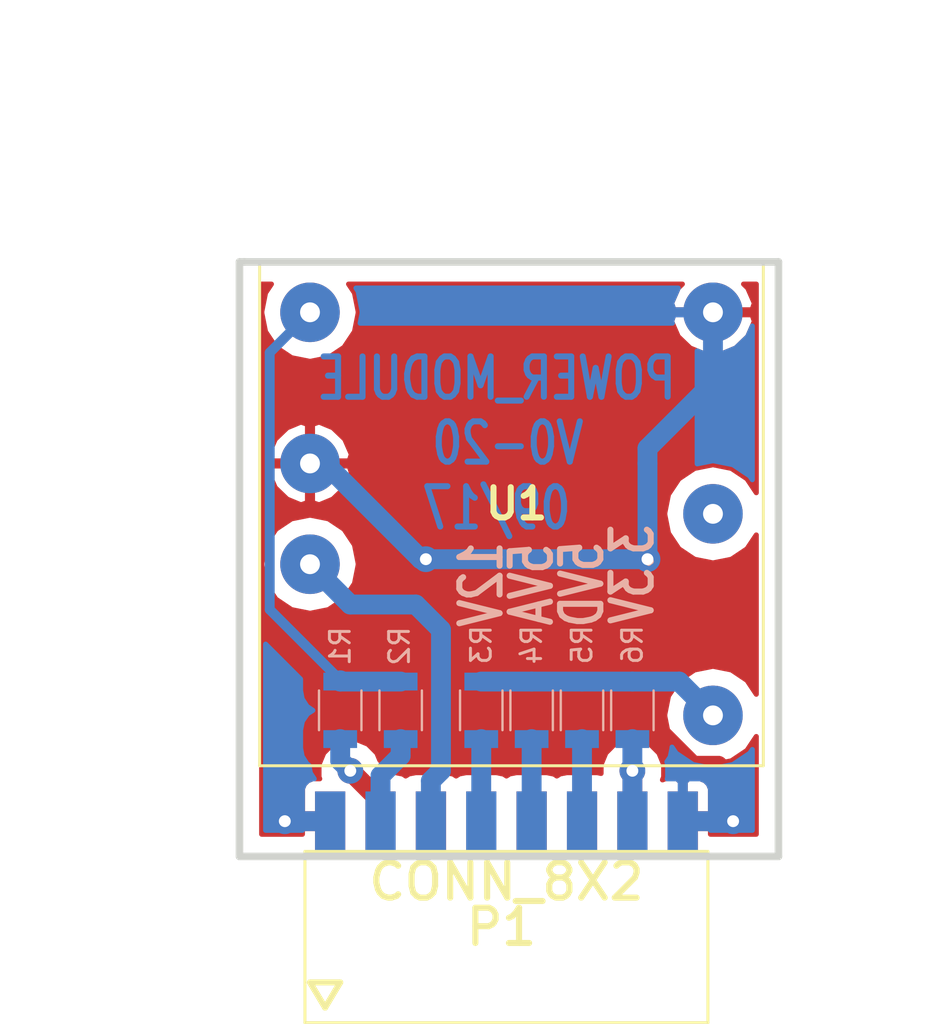
<source format=kicad_pcb>
(kicad_pcb (version 4) (host pcbnew 4.0.6)

  (general
    (links 23)
    (no_connects 0)
    (area 90.741499 81.089499 118.300501 111.442501)
    (thickness 1.6002)
    (drawings 15)
    (tracks 56)
    (zones 0)
    (modules 8)
    (nets 12)
  )

  (page A4)
  (title_block
    (title "Power Module")
    (date 2017-10-01)
    (rev "V 0.20")
    (company F4DEB)
  )

  (layers
    (0 Composant signal)
    (31 Cuivre signal)
    (32 B.Adhes user)
    (33 F.Adhes user)
    (34 B.Paste user)
    (35 F.Paste user)
    (36 B.SilkS user)
    (37 F.SilkS user)
    (38 B.Mask user)
    (39 F.Mask user)
    (40 Dwgs.User user)
    (41 Cmts.User user)
    (42 Eco1.User user)
    (43 Eco2.User user)
    (44 Edge.Cuts user)
  )

  (setup
    (last_trace_width 0.2032)
    (user_trace_width 0.29972)
    (user_trace_width 0.35052)
    (user_trace_width 0.39878)
    (user_trace_width 0.5)
    (user_trace_width 1.00076)
    (user_trace_width 1.99898)
    (user_trace_width 2.99974)
    (user_trace_width 4.0005)
    (trace_clearance 0.20066)
    (zone_clearance 1)
    (zone_45_only no)
    (trace_min 0.2032)
    (segment_width 0.381)
    (edge_width 0.381)
    (via_size 1.30048)
    (via_drill 0.59944)
    (via_min_size 0.889)
    (via_min_drill 0.508)
    (user_via 1.30048 0.59944)
    (uvia_size 0.508)
    (uvia_drill 0.127)
    (uvias_allowed no)
    (uvia_min_size 0.508)
    (uvia_min_drill 0.127)
    (pcb_text_width 0.3048)
    (pcb_text_size 1.524 2.032)
    (mod_edge_width 0.381)
    (mod_text_size 1.524 1.524)
    (mod_text_width 0.3048)
    (pad_size 3 3)
    (pad_drill 1)
    (pad_to_mask_clearance 0.254)
    (aux_axis_origin 0 0)
    (visible_elements 7FFEFFFF)
    (pcbplotparams
      (layerselection 0x00030_80000001)
      (usegerberextensions false)
      (excludeedgelayer true)
      (linewidth 0.150000)
      (plotframeref true)
      (viasonmask false)
      (mode 1)
      (useauxorigin false)
      (hpglpennumber 1)
      (hpglpenspeed 20)
      (hpglpendiameter 15)
      (hpglpenoverlay 0)
      (psnegative false)
      (psa4output false)
      (plotreference true)
      (plotvalue true)
      (plotinvisibletext false)
      (padsonsilk false)
      (subtractmaskfromsilk false)
      (outputformat 5)
      (mirror false)
      (drillshape 0)
      (scaleselection 1)
      (outputdirectory ""))
  )

  (net 0 "")
  (net 1 GND)
  (net 2 +3V3)
  (net 3 +5VA)
  (net 4 +BATT)
  (net 5 +12V)
  (net 6 +5V)
  (net 7 "Net-(U1-Pad4)")
  (net 8 /RA)
  (net 9 "Net-(R1-Pad2)")
  (net 10 /RD)
  (net 11 "Net-(R3-Pad2)")

  (net_class Default "Ceci est la Netclass par défaut"
    (clearance 0.20066)
    (trace_width 0.2032)
    (via_dia 1.30048)
    (via_drill 0.59944)
    (uvia_dia 0.508)
    (uvia_drill 0.127)
    (add_net +12V)
    (add_net +3V3)
    (add_net +5V)
    (add_net +5VA)
    (add_net +BATT)
    (add_net /RA)
    (add_net /RD)
    (add_net GND)
    (add_net "Net-(R1-Pad2)")
    (add_net "Net-(R3-Pad2)")
    (add_net "Net-(U1-Pad4)")
  )

  (module Resistors_SMD:R_1206 (layer Cuivre) (tedit 59C95781) (tstamp 59C95120)
    (at 96.012 103.886 90)
    (descr "Resistor SMD 1206, reflow soldering, Vishay (see dcrcw.pdf)")
    (tags "resistor 1206")
    (path /59C95D33)
    (attr smd)
    (fp_text reference R1 (at 3.2385 0 270) (layer B.SilkS)
      (effects (font (size 1 1) (thickness 0.15)) (justify mirror))
    )
    (fp_text value 0 (at 0 -1.95 90) (layer B.Fab)
      (effects (font (size 1 1) (thickness 0.15)) (justify mirror))
    )
    (fp_text user %R (at 0 0 90) (layer B.Fab)
      (effects (font (size 0.7 0.7) (thickness 0.105)) (justify mirror))
    )
    (fp_line (start -1.6 -0.8) (end -1.6 0.8) (layer B.Fab) (width 0.1))
    (fp_line (start 1.6 -0.8) (end -1.6 -0.8) (layer B.Fab) (width 0.1))
    (fp_line (start 1.6 0.8) (end 1.6 -0.8) (layer B.Fab) (width 0.1))
    (fp_line (start -1.6 0.8) (end 1.6 0.8) (layer B.Fab) (width 0.1))
    (fp_line (start 1 -1.07) (end -1 -1.07) (layer B.SilkS) (width 0.12))
    (fp_line (start -1 1.07) (end 1 1.07) (layer B.SilkS) (width 0.12))
    (fp_line (start -2.15 1.11) (end 2.15 1.11) (layer B.CrtYd) (width 0.05))
    (fp_line (start -2.15 1.11) (end -2.15 -1.1) (layer B.CrtYd) (width 0.05))
    (fp_line (start 2.15 -1.1) (end 2.15 1.11) (layer B.CrtYd) (width 0.05))
    (fp_line (start 2.15 -1.1) (end -2.15 -1.1) (layer B.CrtYd) (width 0.05))
    (pad 1 smd rect (at -1.45 0 90) (size 0.9 1.7) (layers Cuivre B.Paste B.Mask)
      (net 8 /RA))
    (pad 2 smd rect (at 1.45 0 90) (size 0.9 1.7) (layers Cuivre B.Paste B.Mask)
      (net 9 "Net-(R1-Pad2)"))
    (model ${KISYS3DMOD}/Resistors_SMD.3dshapes/R_1206.wrl
      (at (xyz 0 0 0))
      (scale (xyz 1 1 1))
      (rotate (xyz 0 0 0))
    )
  )

  (module Resistors_SMD:R_1206 (layer Cuivre) (tedit 59C95787) (tstamp 59C95131)
    (at 99.06 103.886 90)
    (descr "Resistor SMD 1206, reflow soldering, Vishay (see dcrcw.pdf)")
    (tags "resistor 1206")
    (path /59C95DA0)
    (attr smd)
    (fp_text reference R2 (at 3.2385 -0.0635 270) (layer B.SilkS)
      (effects (font (size 1 1) (thickness 0.15)) (justify mirror))
    )
    (fp_text value 0 (at 0 -1.95 90) (layer B.Fab)
      (effects (font (size 1 1) (thickness 0.15)) (justify mirror))
    )
    (fp_text user %R (at 0 0 90) (layer B.Fab)
      (effects (font (size 0.7 0.7) (thickness 0.105)) (justify mirror))
    )
    (fp_line (start -1.6 -0.8) (end -1.6 0.8) (layer B.Fab) (width 0.1))
    (fp_line (start 1.6 -0.8) (end -1.6 -0.8) (layer B.Fab) (width 0.1))
    (fp_line (start 1.6 0.8) (end 1.6 -0.8) (layer B.Fab) (width 0.1))
    (fp_line (start -1.6 0.8) (end 1.6 0.8) (layer B.Fab) (width 0.1))
    (fp_line (start 1 -1.07) (end -1 -1.07) (layer B.SilkS) (width 0.12))
    (fp_line (start -1 1.07) (end 1 1.07) (layer B.SilkS) (width 0.12))
    (fp_line (start -2.15 1.11) (end 2.15 1.11) (layer B.CrtYd) (width 0.05))
    (fp_line (start -2.15 1.11) (end -2.15 -1.1) (layer B.CrtYd) (width 0.05))
    (fp_line (start 2.15 -1.1) (end 2.15 1.11) (layer B.CrtYd) (width 0.05))
    (fp_line (start 2.15 -1.1) (end -2.15 -1.1) (layer B.CrtYd) (width 0.05))
    (pad 1 smd rect (at -1.45 0 90) (size 0.9 1.7) (layers Cuivre B.Paste B.Mask)
      (net 10 /RD))
    (pad 2 smd rect (at 1.45 0 90) (size 0.9 1.7) (layers Cuivre B.Paste B.Mask)
      (net 9 "Net-(R1-Pad2)"))
    (model ${KISYS3DMOD}/Resistors_SMD.3dshapes/R_1206.wrl
      (at (xyz 0 0 0))
      (scale (xyz 1 1 1))
      (rotate (xyz 0 0 0))
    )
  )

  (module Resistors_SMD:R_1206 (layer Cuivre) (tedit 59C9551E) (tstamp 59C95142)
    (at 103.124 103.886 90)
    (descr "Resistor SMD 1206, reflow soldering, Vishay (see dcrcw.pdf)")
    (tags "resistor 1206")
    (path /59C95904)
    (attr smd)
    (fp_text reference R3 (at 3.302 0 90) (layer B.SilkS)
      (effects (font (size 1 1) (thickness 0.15)) (justify mirror))
    )
    (fp_text value 0 (at 0 -1.95 90) (layer B.Fab)
      (effects (font (size 1 1) (thickness 0.15)) (justify mirror))
    )
    (fp_text user %R (at 0 0 90) (layer B.Fab)
      (effects (font (size 0.7 0.7) (thickness 0.105)) (justify mirror))
    )
    (fp_line (start -1.6 -0.8) (end -1.6 0.8) (layer B.Fab) (width 0.1))
    (fp_line (start 1.6 -0.8) (end -1.6 -0.8) (layer B.Fab) (width 0.1))
    (fp_line (start 1.6 0.8) (end 1.6 -0.8) (layer B.Fab) (width 0.1))
    (fp_line (start -1.6 0.8) (end 1.6 0.8) (layer B.Fab) (width 0.1))
    (fp_line (start 1 -1.07) (end -1 -1.07) (layer B.SilkS) (width 0.12))
    (fp_line (start -1 1.07) (end 1 1.07) (layer B.SilkS) (width 0.12))
    (fp_line (start -2.15 1.11) (end 2.15 1.11) (layer B.CrtYd) (width 0.05))
    (fp_line (start -2.15 1.11) (end -2.15 -1.1) (layer B.CrtYd) (width 0.05))
    (fp_line (start 2.15 -1.1) (end 2.15 1.11) (layer B.CrtYd) (width 0.05))
    (fp_line (start 2.15 -1.1) (end -2.15 -1.1) (layer B.CrtYd) (width 0.05))
    (pad 1 smd rect (at -1.45 0 90) (size 0.9 1.7) (layers Cuivre B.Paste B.Mask)
      (net 5 +12V))
    (pad 2 smd rect (at 1.45 0 90) (size 0.9 1.7) (layers Cuivre B.Paste B.Mask)
      (net 11 "Net-(R3-Pad2)"))
    (model ${KISYS3DMOD}/Resistors_SMD.3dshapes/R_1206.wrl
      (at (xyz 0 0 0))
      (scale (xyz 1 1 1))
      (rotate (xyz 0 0 0))
    )
  )

  (module Resistors_SMD:R_1206 (layer Cuivre) (tedit 59C95521) (tstamp 59C95153)
    (at 105.664 103.886 90)
    (descr "Resistor SMD 1206, reflow soldering, Vishay (see dcrcw.pdf)")
    (tags "resistor 1206")
    (path /59C95A65)
    (attr smd)
    (fp_text reference R4 (at 3.302 0 90) (layer B.SilkS)
      (effects (font (size 1 1) (thickness 0.15)) (justify mirror))
    )
    (fp_text value 0 (at 0 -1.95 90) (layer B.Fab)
      (effects (font (size 1 1) (thickness 0.15)) (justify mirror))
    )
    (fp_text user %R (at 0 0 90) (layer B.Fab)
      (effects (font (size 0.7 0.7) (thickness 0.105)) (justify mirror))
    )
    (fp_line (start -1.6 -0.8) (end -1.6 0.8) (layer B.Fab) (width 0.1))
    (fp_line (start 1.6 -0.8) (end -1.6 -0.8) (layer B.Fab) (width 0.1))
    (fp_line (start 1.6 0.8) (end 1.6 -0.8) (layer B.Fab) (width 0.1))
    (fp_line (start -1.6 0.8) (end 1.6 0.8) (layer B.Fab) (width 0.1))
    (fp_line (start 1 -1.07) (end -1 -1.07) (layer B.SilkS) (width 0.12))
    (fp_line (start -1 1.07) (end 1 1.07) (layer B.SilkS) (width 0.12))
    (fp_line (start -2.15 1.11) (end 2.15 1.11) (layer B.CrtYd) (width 0.05))
    (fp_line (start -2.15 1.11) (end -2.15 -1.1) (layer B.CrtYd) (width 0.05))
    (fp_line (start 2.15 -1.1) (end 2.15 1.11) (layer B.CrtYd) (width 0.05))
    (fp_line (start 2.15 -1.1) (end -2.15 -1.1) (layer B.CrtYd) (width 0.05))
    (pad 1 smd rect (at -1.45 0 90) (size 0.9 1.7) (layers Cuivre B.Paste B.Mask)
      (net 3 +5VA))
    (pad 2 smd rect (at 1.45 0 90) (size 0.9 1.7) (layers Cuivre B.Paste B.Mask)
      (net 11 "Net-(R3-Pad2)"))
    (model ${KISYS3DMOD}/Resistors_SMD.3dshapes/R_1206.wrl
      (at (xyz 0 0 0))
      (scale (xyz 1 1 1))
      (rotate (xyz 0 0 0))
    )
  )

  (module Resistors_SMD:R_1206 (layer Cuivre) (tedit 59C95525) (tstamp 59C95164)
    (at 108.204 103.886 90)
    (descr "Resistor SMD 1206, reflow soldering, Vishay (see dcrcw.pdf)")
    (tags "resistor 1206")
    (path /59C95ABA)
    (attr smd)
    (fp_text reference R5 (at 3.302 0 90) (layer B.SilkS)
      (effects (font (size 1 1) (thickness 0.15)) (justify mirror))
    )
    (fp_text value 0 (at 0 -1.95 90) (layer B.Fab)
      (effects (font (size 1 1) (thickness 0.15)) (justify mirror))
    )
    (fp_text user %R (at 0 0 90) (layer B.Fab)
      (effects (font (size 0.7 0.7) (thickness 0.105)) (justify mirror))
    )
    (fp_line (start -1.6 -0.8) (end -1.6 0.8) (layer B.Fab) (width 0.1))
    (fp_line (start 1.6 -0.8) (end -1.6 -0.8) (layer B.Fab) (width 0.1))
    (fp_line (start 1.6 0.8) (end 1.6 -0.8) (layer B.Fab) (width 0.1))
    (fp_line (start -1.6 0.8) (end 1.6 0.8) (layer B.Fab) (width 0.1))
    (fp_line (start 1 -1.07) (end -1 -1.07) (layer B.SilkS) (width 0.12))
    (fp_line (start -1 1.07) (end 1 1.07) (layer B.SilkS) (width 0.12))
    (fp_line (start -2.15 1.11) (end 2.15 1.11) (layer B.CrtYd) (width 0.05))
    (fp_line (start -2.15 1.11) (end -2.15 -1.1) (layer B.CrtYd) (width 0.05))
    (fp_line (start 2.15 -1.1) (end 2.15 1.11) (layer B.CrtYd) (width 0.05))
    (fp_line (start 2.15 -1.1) (end -2.15 -1.1) (layer B.CrtYd) (width 0.05))
    (pad 1 smd rect (at -1.45 0 90) (size 0.9 1.7) (layers Cuivre B.Paste B.Mask)
      (net 6 +5V))
    (pad 2 smd rect (at 1.45 0 90) (size 0.9 1.7) (layers Cuivre B.Paste B.Mask)
      (net 11 "Net-(R3-Pad2)"))
    (model ${KISYS3DMOD}/Resistors_SMD.3dshapes/R_1206.wrl
      (at (xyz 0 0 0))
      (scale (xyz 1 1 1))
      (rotate (xyz 0 0 0))
    )
  )

  (module Resistors_SMD:R_1206 (layer Cuivre) (tedit 59C9552B) (tstamp 59C95175)
    (at 110.744 103.886 90)
    (descr "Resistor SMD 1206, reflow soldering, Vishay (see dcrcw.pdf)")
    (tags "resistor 1206")
    (path /59C95ADD)
    (attr smd)
    (fp_text reference R6 (at 3.302 0 90) (layer B.SilkS)
      (effects (font (size 1 1) (thickness 0.15)) (justify mirror))
    )
    (fp_text value 0 (at 0 -1.95 90) (layer B.Fab)
      (effects (font (size 1 1) (thickness 0.15)) (justify mirror))
    )
    (fp_text user %R (at 0 0 90) (layer B.Fab)
      (effects (font (size 0.7 0.7) (thickness 0.105)) (justify mirror))
    )
    (fp_line (start -1.6 -0.8) (end -1.6 0.8) (layer B.Fab) (width 0.1))
    (fp_line (start 1.6 -0.8) (end -1.6 -0.8) (layer B.Fab) (width 0.1))
    (fp_line (start 1.6 0.8) (end 1.6 -0.8) (layer B.Fab) (width 0.1))
    (fp_line (start -1.6 0.8) (end 1.6 0.8) (layer B.Fab) (width 0.1))
    (fp_line (start 1 -1.07) (end -1 -1.07) (layer B.SilkS) (width 0.12))
    (fp_line (start -1 1.07) (end 1 1.07) (layer B.SilkS) (width 0.12))
    (fp_line (start -2.15 1.11) (end 2.15 1.11) (layer B.CrtYd) (width 0.05))
    (fp_line (start -2.15 1.11) (end -2.15 -1.1) (layer B.CrtYd) (width 0.05))
    (fp_line (start 2.15 -1.1) (end 2.15 1.11) (layer B.CrtYd) (width 0.05))
    (fp_line (start 2.15 -1.1) (end -2.15 -1.1) (layer B.CrtYd) (width 0.05))
    (pad 1 smd rect (at -1.45 0 90) (size 0.9 1.7) (layers Cuivre B.Paste B.Mask)
      (net 2 +3V3))
    (pad 2 smd rect (at 1.45 0 90) (size 0.9 1.7) (layers Cuivre B.Paste B.Mask)
      (net 11 "Net-(R3-Pad2)"))
    (model ${KISYS3DMOD}/Resistors_SMD.3dshapes/R_1206.wrl
      (at (xyz 0 0 0))
      (scale (xyz 1 1 1))
      (rotate (xyz 0 0 0))
    )
  )

  (module f4deb-mod-library:TRACO-THN-15-1211 (layer Composant) (tedit 59D151D6) (tstamp 59C95183)
    (at 94.488 83.82 90)
    (path /59C2FDE6)
    (fp_text reference U1 (at -9.652 10.414 180) (layer F.SilkS)
      (effects (font (thickness 0.3048)))
    )
    (fp_text value TRACO-THN-15-1211 (at -20.32 -5.08 90) (layer F.SilkS) hide
      (effects (font (thickness 0.3048)))
    )
    (fp_line (start -22.86 -2.54) (end 2.54 -2.54) (layer F.SilkS) (width 0.15))
    (fp_line (start 2.54 -2.54) (end 2.54 22.86) (layer F.SilkS) (width 0.15))
    (fp_line (start 2.54 22.86) (end -22.86 22.86) (layer F.SilkS) (width 0.15))
    (fp_line (start -22.86 22.86) (end -22.86 -2.54) (layer F.SilkS) (width 0.15))
    (pad 6 thru_hole oval (at 0 0 90) (size 3 3) (drill 1) (layers *.Cu)
      (net 9 "Net-(R1-Pad2)"))
    (pad 2 thru_hole oval (at -7.62 0 90) (size 3 3) (drill 1) (layers *.Cu)
      (net 1 GND))
    (pad 1 thru_hole oval (at -12.7 0 90) (size 3 3) (drill 1) (layers *.Cu)
      (net 4 +BATT))
    (pad 4 thru_hole oval (at -10.16 20.32 90) (size 3 3) (drill 1) (layers *.Cu)
      (net 7 "Net-(U1-Pad4)"))
    (pad 5 thru_hole oval (at 0 20.32 90) (size 3 3) (drill 1) (layers *.Cu)
      (net 1 GND))
    (pad 3 thru_hole oval (at -20.32 20.32 90) (size 3 3) (drill 1) (layers *.Cu)
      (net 11 "Net-(R3-Pad2)"))
    (model D:/electronique/git-f4deb/f4deb-3D-Object/TRACOPOWER-THN15.wrl
      (at (xyz 0 0 0))
      (scale (xyz 1 1 1))
      (rotate (xyz 0 0 0))
    )
  )

  (module f4deb-mod-library:HE10-16-F-2 (layer Composant) (tedit 59D14F67) (tstamp 59D172B0)
    (at 113.284 109.474 180)
    (descr "CONNECTEUR FEMELLE 2.54MM COUDE 16 VOIES")
    (tags "CONN HE10")
    (path /59C9573E)
    (fp_text reference P1 (at 9.144 -5.334 180) (layer F.SilkS)
      (effects (font (size 1.778 1.778) (thickness 0.3048)))
    )
    (fp_text value CONN_8X2 (at 8.89 -3.048 180) (layer F.SilkS)
      (effects (font (size 1.778 1.778) (thickness 0.3048)))
    )
    (fp_line (start -1.27 -1.524) (end -1.27 -10.16) (layer F.SilkS) (width 0.15))
    (fp_line (start -1.27 -10.16) (end 19.05 -10.16) (layer F.SilkS) (width 0.15))
    (fp_line (start 19.05 -10.16) (end 19.05 -1.524) (layer F.SilkS) (width 0.15))
    (fp_line (start -1.27 -1.524) (end 19.05 -1.524) (layer F.SilkS) (width 0.15))
    (fp_line (start 18.034 -9.398) (end 18.796 -8.128) (layer F.SilkS) (width 0.3048))
    (fp_line (start 18.796 -8.128) (end 17.272 -8.128) (layer F.SilkS) (width 0.3048))
    (fp_line (start 17.272 -8.128) (end 18.034 -9.398) (layer F.SilkS) (width 0.3048))
    (pad 1 smd rect (at 17.78 0 180) (size 1.524 3) (layers Composant F.Paste F.Mask)
      (net 1 GND))
    (pad 3 smd rect (at 15.24 0 180) (size 1.524 3) (layers Composant F.Paste F.Mask)
      (net 8 /RA))
    (pad 5 smd rect (at 12.7 0 180) (size 1.524 3) (layers Composant F.Paste F.Mask)
      (net 4 +BATT))
    (pad 9 smd rect (at 7.62 0 180) (size 1.524 3) (layers Composant F.Paste F.Mask)
      (net 3 +5VA))
    (pad 11 smd rect (at 5.08 0 180) (size 1.524 3) (layers Composant F.Paste F.Mask)
      (net 6 +5V))
    (pad 7 smd rect (at 10.16 0 180) (size 1.524 3) (layers Composant F.Paste F.Mask)
      (net 5 +12V))
    (pad 13 smd rect (at 2.54 0 180) (size 1.524 3) (layers Composant F.Paste F.Mask)
      (net 2 +3V3))
    (pad 15 smd rect (at 0 0 180) (size 1.524 3) (layers Composant F.Paste F.Mask)
      (net 1 GND))
    (pad 16 smd rect (at 0 0 180) (size 1.524 3) (layers Cuivre F.Paste F.Mask)
      (net 1 GND))
    (pad 14 smd rect (at 2.54 0 180) (size 1.524 3) (layers Cuivre F.Paste F.Mask)
      (net 2 +3V3))
    (pad 12 smd rect (at 5.08 0 180) (size 1.524 3) (layers Cuivre F.Paste F.Mask)
      (net 6 +5V))
    (pad 10 smd rect (at 7.62 0 180) (size 1.524 3) (layers Cuivre F.Paste F.Mask)
      (net 3 +5VA))
    (pad 8 smd rect (at 10.16 0 180) (size 1.524 3) (layers Cuivre F.Paste F.Mask)
      (net 5 +12V))
    (pad 6 smd rect (at 12.7 0 180) (size 1.524 3) (layers Cuivre F.Paste F.Mask)
      (net 4 +BATT))
    (pad 4 smd rect (at 15.24 0 180) (size 1.524 3) (layers Cuivre F.Paste F.Mask)
      (net 10 /RD))
    (pad 2 smd rect (at 17.78 0 180) (size 1.524 3) (layers Cuivre F.Paste F.Mask)
      (net 1 GND))
    (model conn_strip/vasch_strip_8x2.wrl
      (at (xyz 0.35 0.05 -0.04))
      (scale (xyz 1 1 1))
      (rotate (xyz 90 0 0))
    )
  )

  (dimension 38.1 (width 0.3048) (layer Dwgs.User)
    (gr_text "38,100 mm" (at 124.8156 100.33 270) (layer Dwgs.User)
      (effects (font (size 2.032 1.524) (thickness 0.3048)))
    )
    (feature1 (pts (xy 121.92 119.38) (xy 126.4412 119.38)))
    (feature2 (pts (xy 121.92 81.28) (xy 126.4412 81.28)))
    (crossbar (pts (xy 123.19 81.28) (xy 123.19 119.38)))
    (arrow1a (pts (xy 123.19 119.38) (xy 122.603579 118.253496)))
    (arrow1b (pts (xy 123.19 119.38) (xy 123.776421 118.253496)))
    (arrow2a (pts (xy 123.19 81.28) (xy 122.603579 82.406504)))
    (arrow2b (pts (xy 123.19 81.28) (xy 123.776421 82.406504)))
  )
  (dimension 29.972 (width 0.3048) (layer Dwgs.User)
    (gr_text "29,972 mm" (at 85.4964 96.266 270) (layer Dwgs.User)
      (effects (font (size 2.032 1.524) (thickness 0.3048)))
    )
    (feature1 (pts (xy 88.138 111.252) (xy 83.8708 111.252)))
    (feature2 (pts (xy 88.138 81.28) (xy 83.8708 81.28)))
    (crossbar (pts (xy 87.122 81.28) (xy 87.122 111.252)))
    (arrow1a (pts (xy 87.122 111.252) (xy 86.535579 110.125496)))
    (arrow1b (pts (xy 87.122 111.252) (xy 87.708421 110.125496)))
    (arrow2a (pts (xy 87.122 81.28) (xy 86.535579 82.406504)))
    (arrow2b (pts (xy 87.122 81.28) (xy 87.708421 82.406504)))
  )
  (gr_line (start 118.11 81.28) (end 118.11 111.252) (angle 90) (layer Edge.Cuts) (width 0.381))
  (gr_line (start 90.932 111.252) (end 90.932 81.28) (angle 90) (layer Edge.Cuts) (width 0.381))
  (gr_line (start 118.11 111.252) (end 90.932 111.252) (angle 90) (layer Edge.Cuts) (width 0.381))
  (gr_line (start 90.932 81.28) (end 91.186 81.28) (angle 90) (layer Edge.Cuts) (width 0.381))
  (gr_text "Remote A" (at 96.774 95.504 270) (layer F.Adhes)
    (effects (font (size 1 1) (thickness 0.15)))
  )
  (gr_text "Remote D" (at 98.806 95.504 270) (layer F.Adhes)
    (effects (font (size 1 1) (thickness 0.15)))
  )
  (gr_text 12V (at 103.124 97.536 90) (layer B.SilkS)
    (effects (font (size 2.032 1.524) (thickness 0.3048)) (justify mirror))
  )
  (gr_text 5VA (at 105.664 97.536 90) (layer B.SilkS)
    (effects (font (size 2.032 1.524) (thickness 0.3048)) (justify mirror))
  )
  (gr_text 5VD (at 108.204 97.536 90) (layer B.SilkS)
    (effects (font (size 2.032 1.524) (thickness 0.3048)) (justify mirror))
  )
  (gr_text 3.3V (at 110.744 97.028 90) (layer B.SilkS)
    (effects (font (size 2.032 1.524) (thickness 0.3048)) (justify mirror))
  )
  (gr_text "POWER_MODULE\nV0-20 \n09/17" (at 103.886 90.424) (layer Cuivre)
    (effects (font (size 2.032 1.524) (thickness 0.3048)) (justify mirror))
  )
  (gr_line (start 118.11 81.28) (end 91.186 81.28) (angle 90) (layer Edge.Cuts) (width 0.381))
  (dimension 25.654 (width 0.3048) (layer Dwgs.User)
    (gr_text "25,654 mm" (at 104.775 70.5104) (layer Dwgs.User)
      (effects (font (size 2.032 1.524) (thickness 0.3048)))
    )
    (feature1 (pts (xy 91.948 75.946) (xy 91.948 68.8848)))
    (feature2 (pts (xy 117.602 75.946) (xy 117.602 68.8848)))
    (crossbar (pts (xy 117.602 72.136) (xy 91.948 72.136)))
    (arrow1a (pts (xy 91.948 72.136) (xy 93.074504 72.722421)))
    (arrow1b (pts (xy 91.948 72.136) (xy 93.074504 71.549579)))
    (arrow2a (pts (xy 117.602 72.136) (xy 116.475496 72.722421)))
    (arrow2b (pts (xy 117.602 72.136) (xy 116.475496 71.549579)))
  )

  (segment (start 95.504 109.474) (end 93.218 109.474) (width 1.00076) (layer Composant) (net 1))
  (segment (start 113.284 109.474) (end 115.824 109.474) (width 1.00076) (layer Composant) (net 1))
  (segment (start 113.284 109.474) (end 115.824 109.474) (width 1.00076) (layer Cuivre) (net 1))
  (via (at 111.506 96.266) (size 1.30048) (drill 0.59944) (layers Composant Cuivre) (net 1))
  (segment (start 111.506 104.394) (end 111.506 96.266) (width 1.00076) (layer Composant) (net 1) (tstamp 59D17373))
  (segment (start 113.792 106.68) (end 111.506 104.394) (width 1.00076) (layer Composant) (net 1) (tstamp 59D17372))
  (segment (start 115.062 106.68) (end 113.792 106.68) (width 1.00076) (layer Composant) (net 1) (tstamp 59D17371))
  (segment (start 115.824 107.442) (end 115.062 106.68) (width 1.00076) (layer Composant) (net 1) (tstamp 59D17370))
  (segment (start 115.824 109.474) (end 115.824 107.442) (width 1.00076) (layer Composant) (net 1) (tstamp 59D1736F))
  (via (at 115.824 109.474) (size 1.30048) (drill 0.59944) (layers Composant Cuivre) (net 1))
  (segment (start 93.218 108.458) (end 93.218 103.378) (width 1.00076) (layer Composant) (net 1))
  (segment (start 93.218 103.378) (end 100.33 96.266) (width 1.00076) (layer Composant) (net 1) (tstamp 59D17367))
  (segment (start 95.504 109.474) (end 93.218 109.474) (width 1.00076) (layer Cuivre) (net 1))
  (segment (start 100.33 96.266) (end 100.076 96.266) (width 1.00076) (layer Cuivre) (net 1) (tstamp 59D17361))
  (via (at 100.33 96.266) (size 1.30048) (drill 0.59944) (layers Composant Cuivre) (net 1))
  (segment (start 93.218 109.474) (end 93.218 108.458) (width 1.00076) (layer Composant) (net 1) (tstamp 59D1735D))
  (via (at 93.218 109.474) (size 1.30048) (drill 0.59944) (layers Composant Cuivre) (net 1))
  (segment (start 94.488 91.44) (end 95.25 91.44) (width 1.00076) (layer Cuivre) (net 1))
  (segment (start 95.25 91.44) (end 100.076 96.266) (width 1.00076) (layer Cuivre) (net 1) (tstamp 59C964C9))
  (segment (start 100.076 96.266) (end 111.506 96.266) (width 1.00076) (layer Cuivre) (net 1) (tstamp 59C964CA))
  (segment (start 114.808 83.82) (end 114.808 87.376) (width 1.00076) (layer Cuivre) (net 1))
  (segment (start 111.506 91.44) (end 111.506 96.266) (width 1.00076) (layer Cuivre) (net 1) (tstamp 59C96375))
  (segment (start 111.506 90.678) (end 111.506 91.44) (width 1.00076) (layer Cuivre) (net 1) (tstamp 59C96367))
  (segment (start 114.808 87.376) (end 111.506 90.678) (width 1.00076) (layer Cuivre) (net 1) (tstamp 59C96366))
  (segment (start 110.744 106.934) (end 110.744 105.336) (width 1.00076) (layer Cuivre) (net 2))
  (segment (start 110.744 109.474) (end 110.744 106.934) (width 1.00076) (layer Cuivre) (net 2))
  (segment (start 110.744 106.934) (end 110.744 109.474) (width 1.00076) (layer Composant) (net 2) (tstamp 59D17336))
  (via (at 110.744 106.934) (size 1.30048) (drill 0.59944) (layers Composant Cuivre) (net 2))
  (segment (start 105.664 109.474) (end 105.664 105.336) (width 1.00076) (layer Cuivre) (net 3))
  (segment (start 100.584 109.474) (end 100.584 107.442) (width 1.00076) (layer Cuivre) (net 4))
  (segment (start 96.52 98.552) (end 94.488 96.52) (width 1.00076) (layer Cuivre) (net 4) (tstamp 59D17352))
  (segment (start 99.822 98.552) (end 96.52 98.552) (width 1.00076) (layer Cuivre) (net 4) (tstamp 59D17351))
  (segment (start 101.092 99.822) (end 99.822 98.552) (width 1.00076) (layer Cuivre) (net 4) (tstamp 59D17350))
  (segment (start 101.092 106.934) (end 101.092 99.822) (width 1.00076) (layer Cuivre) (net 4) (tstamp 59D1734F))
  (segment (start 100.584 107.442) (end 101.092 106.934) (width 1.00076) (layer Cuivre) (net 4) (tstamp 59D1734E))
  (segment (start 103.124 109.474) (end 103.124 105.336) (width 1.00076) (layer Cuivre) (net 5))
  (segment (start 108.204 109.474) (end 108.204 105.336) (width 1.00076) (layer Cuivre) (net 6))
  (segment (start 98.044 109.474) (end 98.044 108.458) (width 1.00076) (layer Composant) (net 8))
  (segment (start 98.044 108.458) (end 96.52 106.934) (width 1.00076) (layer Composant) (net 8) (tstamp 59D17347))
  (via (at 96.52 106.934) (size 1.30048) (drill 0.59944) (layers Composant Cuivre) (net 8))
  (segment (start 96.52 106.934) (end 96.012 106.426) (width 1.00076) (layer Cuivre) (net 8) (tstamp 59D17349))
  (segment (start 96.012 106.426) (end 96.012 105.336) (width 1.00076) (layer Cuivre) (net 8) (tstamp 59D1734A))
  (segment (start 96.012 102.436) (end 96.012 102.362) (width 0.5) (layer Cuivre) (net 9))
  (segment (start 96.012 102.362) (end 92.456 98.806) (width 0.5) (layer Cuivre) (net 9) (tstamp 59C964D4))
  (segment (start 92.456 98.806) (end 92.456 85.852) (width 0.5) (layer Cuivre) (net 9) (tstamp 59C964D5))
  (segment (start 92.456 85.852) (end 94.488 83.82) (width 0.5) (layer Cuivre) (net 9) (tstamp 59C964D7))
  (segment (start 96.012 102.436) (end 96.0225 102.3725) (width 1.00076) (layer Cuivre) (net 9) (status 10))
  (segment (start 96.012 102.436) (end 99.06 102.436) (width 1.00076) (layer Cuivre) (net 9) (status 20))
  (segment (start 98.044 109.474) (end 98.044 107.188) (width 1.00076) (layer Cuivre) (net 10))
  (segment (start 99.06 106.172) (end 99.06 105.336) (width 1.00076) (layer Cuivre) (net 10) (tstamp 59D17342))
  (segment (start 98.044 107.188) (end 99.06 106.172) (width 1.00076) (layer Cuivre) (net 10) (tstamp 59D17341))
  (segment (start 110.744 102.436) (end 113.104 102.436) (width 1.00076) (layer Cuivre) (net 11))
  (segment (start 113.104 102.436) (end 114.808 104.14) (width 1.00076) (layer Cuivre) (net 11) (tstamp 59C96362))
  (segment (start 108.204 102.436) (end 110.744 102.436) (width 1.00076) (layer Cuivre) (net 11))
  (segment (start 105.664 102.436) (end 108.204 102.436) (width 1.00076) (layer Cuivre) (net 11))
  (segment (start 103.124 102.436) (end 105.664 102.436) (width 1.00076) (layer Cuivre) (net 11))

  (zone (net 1) (net_name GND) (layer Composant) (tstamp 59D17393) (hatch edge 0.508)
    (connect_pads (clearance 0.8))
    (min_thickness 0.254)
    (fill yes (arc_segments 16) (thermal_gap 0.508) (thermal_bridge_width 0.508))
    (polygon
      (pts
        (xy 118.11 111.252) (xy 90.932 111.252) (xy 90.932 81.28) (xy 118.11 81.28)
      )
    )
    (filled_polygon
      (pts
        (xy 92.245744 82.843679) (xy 92.061 83.772452) (xy 92.061 83.867548) (xy 92.245744 84.796321) (xy 92.771852 85.583696)
        (xy 93.559227 86.109804) (xy 94.488 86.294548) (xy 95.416773 86.109804) (xy 96.204148 85.583696) (xy 96.730256 84.796321)
        (xy 96.83319 84.278834) (xy 112.72288 84.278834) (xy 113.057188 85.041848) (xy 113.658042 85.618847) (xy 114.349167 85.905113)
        (xy 114.681 85.792165) (xy 114.681 83.947) (xy 114.935 83.947) (xy 114.935 85.792165) (xy 115.266833 85.905113)
        (xy 115.957958 85.618847) (xy 116.558812 85.041848) (xy 116.89312 84.278834) (xy 116.780476 83.947) (xy 114.935 83.947)
        (xy 114.681 83.947) (xy 112.835524 83.947) (xy 112.72288 84.278834) (xy 96.83319 84.278834) (xy 96.915 83.867548)
        (xy 96.915 83.772452) (xy 96.730256 82.843679) (xy 96.432128 82.3975) (xy 113.266136 82.3975) (xy 113.057188 82.598152)
        (xy 112.72288 83.361166) (xy 112.835524 83.693) (xy 114.681 83.693) (xy 114.681 83.673) (xy 114.935 83.673)
        (xy 114.935 83.693) (xy 116.780476 83.693) (xy 116.89312 83.361166) (xy 116.558812 82.598152) (xy 116.349864 82.3975)
        (xy 116.9925 82.3975) (xy 116.9925 92.917241) (xy 116.524148 92.216304) (xy 115.736773 91.690196) (xy 114.808 91.505452)
        (xy 113.879227 91.690196) (xy 113.091852 92.216304) (xy 112.565744 93.003679) (xy 112.381 93.932452) (xy 112.381 94.027548)
        (xy 112.565744 94.956321) (xy 113.091852 95.743696) (xy 113.879227 96.269804) (xy 114.808 96.454548) (xy 115.736773 96.269804)
        (xy 116.524148 95.743696) (xy 116.9925 95.042759) (xy 116.9925 103.077241) (xy 116.524148 102.376304) (xy 115.736773 101.850196)
        (xy 114.808 101.665452) (xy 113.879227 101.850196) (xy 113.091852 102.376304) (xy 112.565744 103.163679) (xy 112.381 104.092452)
        (xy 112.381 104.187548) (xy 112.565744 105.116321) (xy 113.091852 105.903696) (xy 113.879227 106.429804) (xy 114.808 106.614548)
        (xy 115.736773 106.429804) (xy 116.524148 105.903696) (xy 116.9925 105.202759) (xy 116.9925 110.1345) (xy 114.681 110.1345)
        (xy 114.681 109.75975) (xy 114.52225 109.601) (xy 113.411 109.601) (xy 113.411 109.621) (xy 113.157 109.621)
        (xy 113.157 109.601) (xy 113.137 109.601) (xy 113.137 109.347) (xy 113.157 109.347) (xy 113.157 107.49775)
        (xy 113.411 107.49775) (xy 113.411 109.347) (xy 114.52225 109.347) (xy 114.681 109.18825) (xy 114.681 107.84769)
        (xy 114.584327 107.614301) (xy 114.405698 107.435673) (xy 114.172309 107.339) (xy 113.56975 107.339) (xy 113.411 107.49775)
        (xy 113.157 107.49775) (xy 112.99825 107.339) (xy 112.395691 107.339) (xy 112.260364 107.395054) (xy 112.320966 107.249109)
        (xy 112.321513 106.621644) (xy 112.081899 106.041732) (xy 111.638601 105.597661) (xy 111.059109 105.357034) (xy 110.431644 105.356487)
        (xy 109.851732 105.596101) (xy 109.407661 106.039399) (xy 109.167034 106.618891) (xy 109.166641 107.06947) (xy 108.966 107.028839)
        (xy 107.442 107.028839) (xy 107.098474 107.093478) (xy 106.934121 107.199236) (xy 106.793721 107.103304) (xy 106.426 107.028839)
        (xy 104.902 107.028839) (xy 104.558474 107.093478) (xy 104.394121 107.199236) (xy 104.253721 107.103304) (xy 103.886 107.028839)
        (xy 102.362 107.028839) (xy 102.018474 107.093478) (xy 101.854121 107.199236) (xy 101.713721 107.103304) (xy 101.346 107.028839)
        (xy 99.822 107.028839) (xy 99.478474 107.093478) (xy 99.314121 107.199236) (xy 99.173721 107.103304) (xy 98.806 107.028839)
        (xy 98.633459 107.028839) (xy 98.006856 106.402236) (xy 97.857899 106.041732) (xy 97.414601 105.597661) (xy 96.835109 105.357034)
        (xy 96.207644 105.356487) (xy 95.627732 105.596101) (xy 95.183661 106.039399) (xy 94.943034 106.618891) (xy 94.942487 107.246356)
        (xy 94.980767 107.339) (xy 94.615691 107.339) (xy 94.382302 107.435673) (xy 94.203673 107.614301) (xy 94.107 107.84769)
        (xy 94.107 109.18825) (xy 94.26575 109.347) (xy 95.377 109.347) (xy 95.377 109.327) (xy 95.631 109.327)
        (xy 95.631 109.347) (xy 95.651 109.347) (xy 95.651 109.601) (xy 95.631 109.601) (xy 95.631 109.621)
        (xy 95.377 109.621) (xy 95.377 109.601) (xy 94.26575 109.601) (xy 94.107 109.75975) (xy 94.107 110.1345)
        (xy 92.0495 110.1345) (xy 92.0495 96.472452) (xy 92.061 96.472452) (xy 92.061 96.567548) (xy 92.245744 97.496321)
        (xy 92.771852 98.283696) (xy 93.559227 98.809804) (xy 94.488 98.994548) (xy 95.416773 98.809804) (xy 96.204148 98.283696)
        (xy 96.730256 97.496321) (xy 96.915 96.567548) (xy 96.915 96.472452) (xy 96.730256 95.543679) (xy 96.204148 94.756304)
        (xy 95.416773 94.230196) (xy 94.488 94.045452) (xy 93.559227 94.230196) (xy 92.771852 94.756304) (xy 92.245744 95.543679)
        (xy 92.061 96.472452) (xy 92.0495 96.472452) (xy 92.0495 91.898834) (xy 92.40288 91.898834) (xy 92.737188 92.661848)
        (xy 93.338042 93.238847) (xy 94.029167 93.525113) (xy 94.361 93.412165) (xy 94.361 91.567) (xy 94.615 91.567)
        (xy 94.615 93.412165) (xy 94.946833 93.525113) (xy 95.637958 93.238847) (xy 96.238812 92.661848) (xy 96.57312 91.898834)
        (xy 96.460476 91.567) (xy 94.615 91.567) (xy 94.361 91.567) (xy 92.515524 91.567) (xy 92.40288 91.898834)
        (xy 92.0495 91.898834) (xy 92.0495 90.981166) (xy 92.40288 90.981166) (xy 92.515524 91.313) (xy 94.361 91.313)
        (xy 94.361 89.467835) (xy 94.615 89.467835) (xy 94.615 91.313) (xy 96.460476 91.313) (xy 96.57312 90.981166)
        (xy 96.238812 90.218152) (xy 95.637958 89.641153) (xy 94.946833 89.354887) (xy 94.615 89.467835) (xy 94.361 89.467835)
        (xy 94.029167 89.354887) (xy 93.338042 89.641153) (xy 92.737188 90.218152) (xy 92.40288 90.981166) (xy 92.0495 90.981166)
        (xy 92.0495 82.3975) (xy 92.543872 82.3975)
      )
    )
  )
  (zone (net 1) (net_name GND) (layer Cuivre) (tstamp 59D17394) (hatch edge 0.508)
    (connect_pads (clearance 1))
    (min_thickness 0.254)
    (fill yes (arc_segments 16) (thermal_gap 0.508) (thermal_bridge_width 0.508))
    (polygon
      (pts
        (xy 90.932 81.28) (xy 118.11 81.28) (xy 118.11 111.252) (xy 90.932 111.252)
      )
    )
    (filled_polygon
      (pts
        (xy 112.95043 106.049036) (xy 113.802691 106.618498) (xy 114.808 106.818466) (xy 115.813309 106.618498) (xy 116.66557 106.049036)
        (xy 116.7925 105.859072) (xy 116.7925 109.9345) (xy 114.681 109.9345) (xy 114.681 109.75975) (xy 114.52225 109.601)
        (xy 113.411 109.601) (xy 113.411 109.621) (xy 113.157 109.621) (xy 113.157 109.601) (xy 113.137 109.601)
        (xy 113.137 109.347) (xy 113.157 109.347) (xy 113.157 107.49775) (xy 113.411 107.49775) (xy 113.411 109.347)
        (xy 114.52225 109.347) (xy 114.681 109.18825) (xy 114.681 107.84769) (xy 114.584327 107.614301) (xy 114.405698 107.435673)
        (xy 114.172309 107.339) (xy 113.56975 107.339) (xy 113.411 107.49775) (xy 113.157 107.49775) (xy 112.99825 107.339)
        (xy 112.500197 107.339) (xy 112.520931 107.289066) (xy 112.521548 106.582036) (xy 112.481057 106.484041) (xy 112.652548 106.233056)
        (xy 112.743079 105.786) (xy 112.743079 105.738713)
      )
    )
    (filled_polygon
      (pts
        (xy 94.012921 102.310293) (xy 94.012921 102.886) (xy 94.091506 103.303641) (xy 94.338331 103.687219) (xy 94.631949 103.88784)
        (xy 94.360781 104.062331) (xy 94.103452 104.438944) (xy 94.012921 104.886) (xy 94.012921 105.786) (xy 94.091506 106.203641)
        (xy 94.338331 106.587219) (xy 94.429013 106.64918) (xy 94.470251 106.856494) (xy 94.508497 107.048772) (xy 94.702422 107.339)
        (xy 94.615691 107.339) (xy 94.382302 107.435673) (xy 94.203673 107.614301) (xy 94.107 107.84769) (xy 94.107 109.18825)
        (xy 94.26575 109.347) (xy 95.377 109.347) (xy 95.377 109.327) (xy 95.631 109.327) (xy 95.631 109.347)
        (xy 95.651 109.347) (xy 95.651 109.601) (xy 95.631 109.601) (xy 95.631 109.621) (xy 95.377 109.621)
        (xy 95.377 109.601) (xy 94.26575 109.601) (xy 94.107 109.75975) (xy 94.107 109.9345) (xy 92.2495 109.9345)
        (xy 92.2495 100.546872)
      )
    )
    (filled_polygon
      (pts
        (xy 113.057188 82.598152) (xy 112.72288 83.361166) (xy 112.835524 83.693) (xy 114.681 83.693) (xy 114.681 83.673)
        (xy 114.935 83.673) (xy 114.935 83.693) (xy 114.955 83.693) (xy 114.955 83.947) (xy 114.935 83.947)
        (xy 114.935 85.792165) (xy 115.266833 85.905113) (xy 115.957958 85.618847) (xy 116.558812 85.041848) (xy 116.7925 84.508486)
        (xy 116.7925 92.260928) (xy 116.66557 92.070964) (xy 115.813309 91.501502) (xy 114.808 91.301534) (xy 114.011856 91.459897)
        (xy 114.011856 85.765398) (xy 114.349167 85.905113) (xy 114.681 85.792165) (xy 114.681 83.947) (xy 112.835524 83.947)
        (xy 112.72288 84.278834) (xy 112.762561 84.3694) (xy 97.015955 84.3694) (xy 97.115 83.871466) (xy 97.115 83.768534)
        (xy 96.915032 82.763225) (xy 96.804298 82.5975) (xy 113.057867 82.5975)
      )
    )
  )
)

</source>
